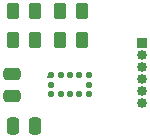
<source format=gbr>
%TF.GenerationSoftware,KiCad,Pcbnew,9.0.4*%
%TF.CreationDate,2025-11-12T18:25:33-05:00*%
%TF.ProjectId,hermes,6865726d-6573-42e6-9b69-6361645f7063,rev?*%
%TF.SameCoordinates,Original*%
%TF.FileFunction,Soldermask,Top*%
%TF.FilePolarity,Negative*%
%FSLAX46Y46*%
G04 Gerber Fmt 4.6, Leading zero omitted, Abs format (unit mm)*
G04 Created by KiCad (PCBNEW 9.0.4) date 2025-11-12 18:25:33*
%MOMM*%
%LPD*%
G01*
G04 APERTURE LIST*
G04 Aperture macros list*
%AMRoundRect*
0 Rectangle with rounded corners*
0 $1 Rounding radius*
0 $2 $3 $4 $5 $6 $7 $8 $9 X,Y pos of 4 corners*
0 Add a 4 corners polygon primitive as box body*
4,1,4,$2,$3,$4,$5,$6,$7,$8,$9,$2,$3,0*
0 Add four circle primitives for the rounded corners*
1,1,$1+$1,$2,$3*
1,1,$1+$1,$4,$5*
1,1,$1+$1,$6,$7*
1,1,$1+$1,$8,$9*
0 Add four rect primitives between the rounded corners*
20,1,$1+$1,$2,$3,$4,$5,0*
20,1,$1+$1,$4,$5,$6,$7,0*
20,1,$1+$1,$6,$7,$8,$9,0*
20,1,$1+$1,$8,$9,$2,$3,0*%
G04 Aperture macros list end*
%ADD10RoundRect,0.250000X0.262500X0.450000X-0.262500X0.450000X-0.262500X-0.450000X0.262500X-0.450000X0*%
%ADD11RoundRect,0.250000X-0.262500X-0.450000X0.262500X-0.450000X0.262500X0.450000X-0.262500X0.450000X0*%
%ADD12R,0.850000X0.850000*%
%ADD13C,0.850000*%
%ADD14RoundRect,0.250000X0.475000X-0.250000X0.475000X0.250000X-0.475000X0.250000X-0.475000X-0.250000X0*%
%ADD15RoundRect,0.250000X-0.250000X-0.475000X0.250000X-0.475000X0.250000X0.475000X-0.250000X0.475000X0*%
%ADD16RoundRect,0.062500X-0.127500X-0.062500X0.127500X-0.062500X0.127500X0.062500X-0.127500X0.062500X0*%
%ADD17RoundRect,0.125000X-0.125000X-0.125000X0.125000X-0.125000X0.125000X0.125000X-0.125000X0.125000X0*%
G04 APERTURE END LIST*
D10*
%TO.C,R8*%
X167912500Y-107250000D03*
X166087500Y-107250000D03*
%TD*%
%TO.C,R7*%
X167912500Y-109750000D03*
X166087500Y-109750000D03*
%TD*%
D11*
%TO.C,R4*%
X170087500Y-107250000D03*
X171912500Y-107250000D03*
%TD*%
%TO.C,R3*%
X170087500Y-109750000D03*
X171912500Y-109750000D03*
%TD*%
D12*
%TO.C,J2*%
X177000000Y-110000000D03*
D13*
X177000000Y-111000000D03*
X177000000Y-112000000D03*
X177000000Y-113000000D03*
X177000000Y-114000000D03*
X177000000Y-115000000D03*
%TD*%
D14*
%TO.C,C4*%
X166000000Y-114450000D03*
X166000000Y-112550000D03*
%TD*%
D15*
%TO.C,C3*%
X166050000Y-117000000D03*
X167950000Y-117000000D03*
%TD*%
D16*
%TO.C,U3*%
X169160000Y-112825000D03*
D17*
X169300000Y-112700000D03*
X170100000Y-112700000D03*
X170900000Y-112700000D03*
X171700000Y-112700000D03*
X172500000Y-112700000D03*
X172500000Y-113500000D03*
X172500000Y-114300000D03*
X171700000Y-114300000D03*
X170900000Y-114300000D03*
X170100000Y-114300000D03*
X169300000Y-114300000D03*
X169300000Y-113500000D03*
%TD*%
M02*

</source>
